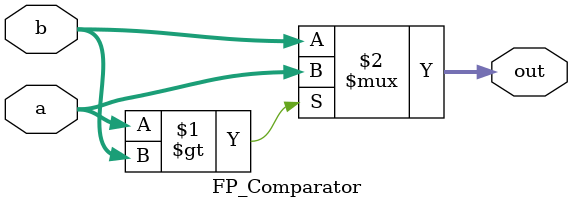
<source format=v>
`timescale 1ns / 1ps


module FP_Comparator#(
    parameter SIGNED = 1,
    parameter INTEGER = 2,
    parameter FRACTION = 14
)
(
    input[INTEGER+FRACTION-1:0] a,b,
    output [INTEGER+FRACTION-1:0] out

);

    assign out = ($signed(a) > $signed(b)) ? a : b;
endmodule

</source>
